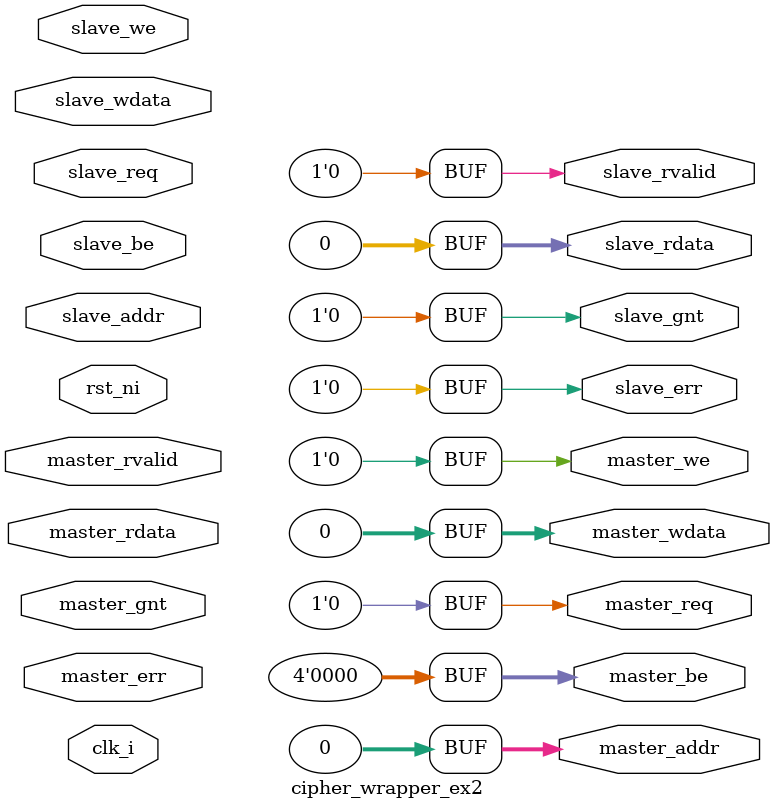
<source format=sv>
`default_nettype none

module cipher_wrapper_ex2 (
    input  logic      clk_i,
    input  logic      rst_ni,

    // Slave interface for register configuration
    input  slave_req,
    output slave_gnt,
    input  [31:0] slave_addr,
    input  slave_we,
    input  [3:0] slave_be,
    output slave_rvalid,
    input  [31:0] slave_wdata,
    output [31:0] slave_rdata,
    output slave_err,

    // Master interface for DMA
    output master_req,
    input  master_gnt,
    output [31:0] master_addr,
    output master_we,
    output [3:0] master_be,
    input  master_rvalid,
    output [31:0] master_wdata,
    input  [31:0] master_rdata,
    input  master_err
);

    assign slave_gnt    = 1'b0;
    assign slave_rvalid = 1'b0;
    assign slave_rdata  = 32'b0;
    assign slave_err    = 1'b0;

    assign master_req   = 1'b0;
    assign master_addr  = 32'b0;
    assign master_we    = 1'b0;
    assign master_be    = 4'b0;
    assign master_wdata = 3'b0;

endmodule

</source>
